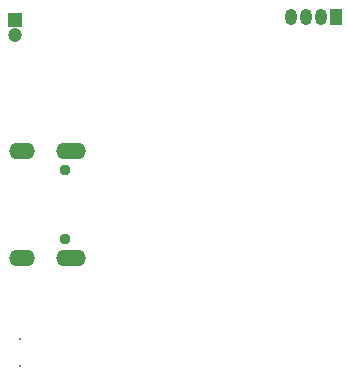
<source format=gts>
G04*
G04 #@! TF.GenerationSoftware,Altium Limited,Altium Designer,22.1.2 (22)*
G04*
G04 Layer_Color=8388736*
%FSLAX25Y25*%
%MOIN*%
G70*
G04*
G04 #@! TF.SameCoordinates,295266D8-D9C4-4D40-B0F9-79C310AB5363*
G04*
G04*
G04 #@! TF.FilePolarity,Negative*
G04*
G01*
G75*
%ADD12C,0.00800*%
%ADD13O,0.03950X0.05524*%
%ADD14R,0.03950X0.05524*%
%ADD15C,0.04737*%
%ADD16R,0.04737X0.04737*%
%ADD17O,0.09855X0.05524*%
%ADD18O,0.08674X0.05524*%
%ADD19C,0.03753*%
D12*
X5512Y34843D02*
D03*
Y43898D02*
D03*
D13*
X95650Y151181D02*
D03*
X100650D02*
D03*
X105650D02*
D03*
D14*
X110650D02*
D03*
D15*
X3937Y145177D02*
D03*
D16*
Y150098D02*
D03*
D17*
X22342Y70866D02*
D03*
X22342Y106299D02*
D03*
D18*
X6003Y106299D02*
D03*
X6003Y70866D02*
D03*
D19*
X20373Y99961D02*
D03*
Y77205D02*
D03*
M02*

</source>
